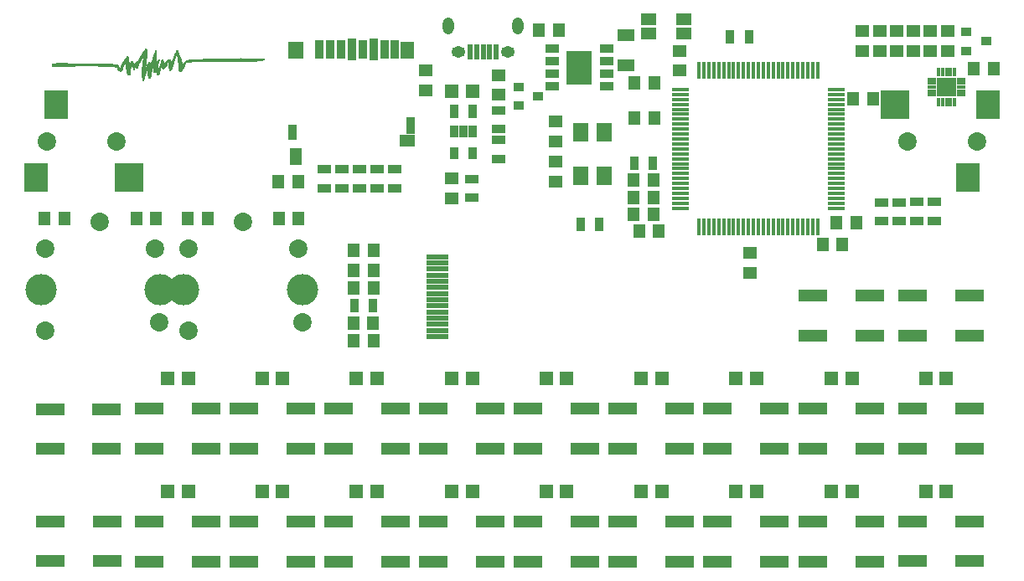
<source format=gts>
G04 #@! TF.FileFunction,Soldermask,Top*
%FSLAX46Y46*%
G04 Gerber Fmt 4.6, Leading zero omitted, Abs format (unit mm)*
G04 Created by KiCad (PCBNEW 4.0.7-e0-6372~58~ubuntu16.10.1) date Sun Oct 29 19:34:23 2017*
%MOMM*%
%LPD*%
G01*
G04 APERTURE LIST*
%ADD10C,0.100000*%
%ADD11C,0.010000*%
%ADD12C,1.860000*%
%ADD13C,3.160000*%
%ADD14R,1.160000X1.410000*%
%ADD15O,0.910000X0.360000*%
%ADD16O,0.360000X0.910000*%
%ADD17R,1.085000X1.085000*%
%ADD18R,2.360000X2.960000*%
%ADD19R,2.960000X2.960000*%
%ADD20R,1.358880X1.358880*%
%ADD21R,1.660000X0.440000*%
%ADD22R,0.440000X1.660000*%
%ADD23R,2.910000X1.160000*%
%ADD24R,1.410000X1.160000*%
%ADD25R,0.860000X1.460000*%
%ADD26R,0.810000X1.220000*%
%ADD27R,0.560000X1.510000*%
%ADD28O,1.410000X1.110000*%
%ADD29O,1.160000X1.710000*%
%ADD30R,1.760000X1.160000*%
%ADD31R,1.460000X0.860000*%
%ADD32R,1.060000X0.960000*%
%ADD33R,1.360000X0.860000*%
%ADD34R,2.560000X3.360000*%
%ADD35R,1.559540X1.960860*%
%ADD36R,2.160000X0.480000*%
%ADD37R,1.560000X1.660000*%
%ADD38R,1.460000X1.660000*%
%ADD39R,0.860000X1.910000*%
%ADD40R,0.860000X2.192000*%
%ADD41R,0.960000X1.660000*%
%ADD42R,1.560000X1.160000*%
%ADD43R,0.960000X1.560000*%
%ADD44R,1.160000X1.710000*%
%ADD45R,1.560000X1.210000*%
G04 APERTURE END LIST*
D10*
D11*
G36*
X89099599Y-84662637D02*
X89131973Y-84722341D01*
X89138557Y-84785013D01*
X89140378Y-84892553D01*
X89138001Y-85033637D01*
X89131986Y-85196942D01*
X89122895Y-85371142D01*
X89111291Y-85544913D01*
X89097737Y-85706931D01*
X89082792Y-85845873D01*
X89072608Y-85918394D01*
X89051446Y-86070665D01*
X89032703Y-86240978D01*
X89020378Y-86392924D01*
X89020233Y-86395377D01*
X89006353Y-86632472D01*
X89077328Y-86508266D01*
X89127501Y-86417358D01*
X89188801Y-86301970D01*
X89243582Y-86195660D01*
X89294125Y-86101451D01*
X89339136Y-86027571D01*
X89369746Y-85988437D01*
X89372068Y-85986737D01*
X89413870Y-85985247D01*
X89446271Y-86022958D01*
X89460039Y-86082628D01*
X89451347Y-86134818D01*
X89434171Y-86204609D01*
X89426263Y-86286926D01*
X89427658Y-86363192D01*
X89438389Y-86414827D01*
X89450821Y-86426394D01*
X89462712Y-86421588D01*
X89476770Y-86403282D01*
X89495195Y-86365641D01*
X89520188Y-86302830D01*
X89553949Y-86209013D01*
X89598678Y-86078357D01*
X89648048Y-85930554D01*
X89826866Y-85930554D01*
X89828322Y-86003531D01*
X89832901Y-86023880D01*
X89853359Y-86054842D01*
X89872500Y-86036347D01*
X89890709Y-85966761D01*
X89908372Y-85844450D01*
X89925874Y-85667778D01*
X89930703Y-85609542D01*
X89941151Y-85470039D01*
X89948571Y-85352270D01*
X89952400Y-85266857D01*
X89952073Y-85224422D01*
X89951283Y-85221781D01*
X89940519Y-85240643D01*
X89923225Y-85299858D01*
X89902735Y-85384202D01*
X89882383Y-85478451D01*
X89865504Y-85567382D01*
X89855432Y-85635772D01*
X89854346Y-85664394D01*
X89853139Y-85716331D01*
X89843506Y-85798870D01*
X89836896Y-85840436D01*
X89826866Y-85930554D01*
X89648048Y-85930554D01*
X89656576Y-85905026D01*
X89721164Y-85709536D01*
X89774723Y-85549599D01*
X89825140Y-85403843D01*
X89868701Y-85282644D01*
X89901693Y-85196380D01*
X89918137Y-85159203D01*
X89946346Y-85085527D01*
X89969702Y-84988010D01*
X89975398Y-84951782D01*
X89996088Y-84863937D01*
X90025846Y-84820825D01*
X90058732Y-84826169D01*
X90088021Y-84881227D01*
X90094786Y-84927610D01*
X90101984Y-85021080D01*
X90109127Y-85152287D01*
X90115731Y-85311879D01*
X90121307Y-85490507D01*
X90122761Y-85548699D01*
X90136941Y-86152672D01*
X90219297Y-86000255D01*
X90287796Y-85880646D01*
X90347872Y-85789246D01*
X90394189Y-85733387D01*
X90421407Y-85720402D01*
X90422432Y-85721260D01*
X90419156Y-85752124D01*
X90397354Y-85819504D01*
X90363623Y-85904282D01*
X90316942Y-86048832D01*
X90285966Y-86216567D01*
X90272936Y-86386084D01*
X90280091Y-86535980D01*
X90291379Y-86594776D01*
X90302219Y-86631652D01*
X90313532Y-86647823D01*
X90329109Y-86637390D01*
X90352741Y-86594457D01*
X90388220Y-86513125D01*
X90439337Y-86387499D01*
X90463753Y-86326665D01*
X90517307Y-86188977D01*
X90562089Y-86065990D01*
X90594159Y-85969129D01*
X90609575Y-85909816D01*
X90610372Y-85901601D01*
X90630348Y-85837906D01*
X90665357Y-85792619D01*
X90703836Y-85763035D01*
X90734258Y-85766212D01*
X90776146Y-85806967D01*
X90790639Y-85823523D01*
X90842758Y-85907239D01*
X90877566Y-86005386D01*
X90879838Y-86017171D01*
X90896309Y-86097524D01*
X90913396Y-86155647D01*
X90917056Y-86163732D01*
X90940146Y-86157484D01*
X90987840Y-86108846D01*
X91055075Y-86023447D01*
X91101147Y-85959120D01*
X91187116Y-85840916D01*
X91254074Y-85765494D01*
X91311339Y-85726818D01*
X91368228Y-85718849D01*
X91434059Y-85735550D01*
X91441716Y-85738430D01*
X91486144Y-85777299D01*
X91534233Y-85850432D01*
X91575216Y-85937523D01*
X91598326Y-86018264D01*
X91600135Y-86037214D01*
X91610357Y-86052465D01*
X91638088Y-86014881D01*
X91683001Y-85925177D01*
X91744767Y-85784066D01*
X91823055Y-85592266D01*
X91917536Y-85350490D01*
X91923761Y-85334286D01*
X91980416Y-85189034D01*
X92032021Y-85061126D01*
X92074438Y-84960485D01*
X92103531Y-84897036D01*
X92112636Y-84881227D01*
X92154193Y-84856919D01*
X92212639Y-84846326D01*
X92262535Y-84851606D01*
X92279017Y-84867116D01*
X92284480Y-84909132D01*
X92289955Y-84958838D01*
X92303687Y-85010956D01*
X92335886Y-85102132D01*
X92381879Y-85219939D01*
X92436997Y-85351951D01*
X92442390Y-85364436D01*
X92529955Y-85577678D01*
X92602201Y-85776086D01*
X92656269Y-85950567D01*
X92689303Y-86092029D01*
X92698711Y-86180224D01*
X92700849Y-86214054D01*
X92712067Y-86226092D01*
X92739570Y-86212082D01*
X92790563Y-86167769D01*
X92872250Y-86088899D01*
X92900679Y-86060955D01*
X93001848Y-85964660D01*
X93084412Y-85898357D01*
X93166840Y-85851548D01*
X93267600Y-85813732D01*
X93404267Y-85774650D01*
X93457105Y-85767444D01*
X93561549Y-85759586D01*
X93712766Y-85751208D01*
X93905921Y-85742439D01*
X94136182Y-85733411D01*
X94398716Y-85724254D01*
X94688688Y-85715098D01*
X95001266Y-85706075D01*
X95331617Y-85697315D01*
X95674906Y-85688949D01*
X96026301Y-85681108D01*
X96380968Y-85673922D01*
X96734074Y-85667521D01*
X97080786Y-85662037D01*
X97416269Y-85657601D01*
X97735692Y-85654342D01*
X97898648Y-85653126D01*
X98049845Y-85651095D01*
X98178977Y-85647333D01*
X98276526Y-85642279D01*
X98332970Y-85636375D01*
X98343148Y-85632537D01*
X98367797Y-85627530D01*
X98430613Y-85634519D01*
X98476031Y-85643131D01*
X98564898Y-85657334D01*
X98610103Y-85651277D01*
X98619553Y-85639534D01*
X98647498Y-85622330D01*
X98663066Y-85628054D01*
X98700886Y-85635178D01*
X98785299Y-85642197D01*
X98906453Y-85648574D01*
X99054499Y-85653773D01*
X99189822Y-85656792D01*
X99352204Y-85659528D01*
X99495419Y-85661965D01*
X99609736Y-85663937D01*
X99685422Y-85665275D01*
X99711933Y-85665784D01*
X99748289Y-85665750D01*
X99831190Y-85665207D01*
X99950742Y-85664235D01*
X100097048Y-85662912D01*
X100219933Y-85661723D01*
X100481630Y-85660417D01*
X100693746Y-85662153D01*
X100854765Y-85666876D01*
X100963172Y-85674529D01*
X101017452Y-85685057D01*
X101023834Y-85691162D01*
X100996713Y-85734590D01*
X100926955Y-85774815D01*
X100828348Y-85807147D01*
X100714681Y-85826895D01*
X100615044Y-85830223D01*
X100557603Y-85834393D01*
X100467324Y-85847649D01*
X100389267Y-85862106D01*
X100349659Y-85869746D01*
X100308909Y-85876346D01*
X100262892Y-85881964D01*
X100207483Y-85886660D01*
X100138557Y-85890492D01*
X100051988Y-85893518D01*
X99943653Y-85895797D01*
X99809425Y-85897388D01*
X99645181Y-85898348D01*
X99446795Y-85898736D01*
X99210142Y-85898611D01*
X98931097Y-85898032D01*
X98605535Y-85897056D01*
X98229332Y-85895743D01*
X98060933Y-85895126D01*
X97746353Y-85894574D01*
X97426339Y-85895141D01*
X97109652Y-85896737D01*
X96805051Y-85899273D01*
X96521295Y-85902661D01*
X96267144Y-85906810D01*
X96051356Y-85911632D01*
X95882690Y-85917037D01*
X95873711Y-85917401D01*
X95626784Y-85926292D01*
X95345930Y-85934329D01*
X95053593Y-85941002D01*
X94772217Y-85945799D01*
X94524243Y-85948210D01*
X94519044Y-85948233D01*
X94304153Y-85949986D01*
X94085314Y-85953206D01*
X93876364Y-85957587D01*
X93691136Y-85962821D01*
X93543466Y-85968602D01*
X93501623Y-85970789D01*
X93340631Y-85981734D01*
X93225112Y-85997225D01*
X93144123Y-86023604D01*
X93086720Y-86067211D01*
X93041960Y-86134386D01*
X92998901Y-86231470D01*
X92983191Y-86271171D01*
X92932827Y-86387178D01*
X92874221Y-86504367D01*
X92838170Y-86567505D01*
X92780652Y-86669109D01*
X92728295Y-86775795D01*
X92712586Y-86812728D01*
X92655704Y-86906009D01*
X92585148Y-86952727D01*
X92512399Y-86953080D01*
X92448939Y-86907267D01*
X92406251Y-86815488D01*
X92404348Y-86807394D01*
X92398260Y-86760891D01*
X92389571Y-86669008D01*
X92379200Y-86542701D01*
X92368068Y-86392924D01*
X92361193Y-86293182D01*
X92345158Y-86102157D01*
X92322494Y-85896961D01*
X92295907Y-85699153D01*
X92268102Y-85530293D01*
X92260648Y-85492023D01*
X92233917Y-85359559D01*
X92211855Y-85247922D01*
X92196646Y-85168328D01*
X92190473Y-85131995D01*
X92190435Y-85131346D01*
X92181384Y-85133187D01*
X92158187Y-85176367D01*
X92125688Y-85249070D01*
X92088732Y-85339480D01*
X92052164Y-85435784D01*
X92020827Y-85526165D01*
X92000805Y-85593838D01*
X91974849Y-85687902D01*
X91951068Y-85760510D01*
X91937189Y-85791394D01*
X91921518Y-85829145D01*
X91895601Y-85908564D01*
X91863498Y-86016717D01*
X91839727Y-86101838D01*
X91785966Y-86296022D01*
X91742908Y-86443002D01*
X91707846Y-86550401D01*
X91678068Y-86625843D01*
X91650867Y-86676950D01*
X91623533Y-86711346D01*
X91622870Y-86712012D01*
X91583076Y-86760241D01*
X91569822Y-86789827D01*
X91550496Y-86826476D01*
X91526607Y-86850459D01*
X91487184Y-86867384D01*
X91454263Y-86843940D01*
X91426362Y-86776274D01*
X91402000Y-86660533D01*
X91379697Y-86492863D01*
X91375965Y-86458553D01*
X91352000Y-86261769D01*
X91327215Y-86112587D01*
X91302272Y-86012546D01*
X91277832Y-85963186D01*
X91254556Y-85966044D01*
X91233105Y-86022660D01*
X91219601Y-86094629D01*
X91169427Y-86283351D01*
X91082685Y-86445740D01*
X90965956Y-86570219D01*
X90937489Y-86590973D01*
X90862167Y-86640223D01*
X90817226Y-86660541D01*
X90786511Y-86654942D01*
X90753867Y-86626438D01*
X90752842Y-86625413D01*
X90715901Y-86563862D01*
X90687554Y-86472872D01*
X90681063Y-86435483D01*
X90669111Y-86346111D01*
X90659461Y-86276200D01*
X90656677Y-86257060D01*
X90647495Y-86260955D01*
X90629060Y-86309747D01*
X90605031Y-86393384D01*
X90600161Y-86412282D01*
X90542384Y-86640008D01*
X90496430Y-86819247D01*
X90460211Y-86956217D01*
X90431642Y-87057135D01*
X90408635Y-87128217D01*
X90389105Y-87175682D01*
X90370963Y-87205746D01*
X90352124Y-87224626D01*
X90330501Y-87238540D01*
X90321058Y-87243853D01*
X90238792Y-87267275D01*
X90173385Y-87243669D01*
X90137298Y-87177927D01*
X90136093Y-87171257D01*
X90126014Y-87114193D01*
X90109344Y-87025469D01*
X90097178Y-86962616D01*
X90079126Y-86878097D01*
X90065704Y-86842566D01*
X90052631Y-86849273D01*
X90041582Y-86874984D01*
X90028164Y-86947944D01*
X90033009Y-86994928D01*
X90035565Y-87030133D01*
X90004264Y-87044862D01*
X89950273Y-87047282D01*
X89883705Y-87041684D01*
X89847996Y-87014102D01*
X89823463Y-86948356D01*
X89821528Y-86941449D01*
X89796495Y-86793924D01*
X89797409Y-86618136D01*
X89824497Y-86404529D01*
X89835820Y-86341805D01*
X89854233Y-86233958D01*
X89864947Y-86148777D01*
X89866351Y-86100186D01*
X89864412Y-86094465D01*
X89844469Y-86104967D01*
X89817471Y-86155888D01*
X89788930Y-86232623D01*
X89764360Y-86320563D01*
X89750229Y-86396982D01*
X89737416Y-86471164D01*
X89713778Y-86583876D01*
X89682833Y-86719056D01*
X89652333Y-86843914D01*
X89615409Y-86996867D01*
X89580558Y-87152537D01*
X89552278Y-87290230D01*
X89537847Y-87370747D01*
X89512741Y-87501011D01*
X89484350Y-87583516D01*
X89448165Y-87626934D01*
X89399678Y-87639938D01*
X89397882Y-87639949D01*
X89352834Y-87612949D01*
X89314279Y-87536374D01*
X89283600Y-87416861D01*
X89262179Y-87261049D01*
X89251400Y-87075574D01*
X89250880Y-86934394D01*
X89256846Y-86581616D01*
X89189507Y-86708616D01*
X89142622Y-86814500D01*
X89100971Y-86937282D01*
X89086976Y-86990838D01*
X89056701Y-87098023D01*
X89018753Y-87198254D01*
X88998469Y-87239396D01*
X88962805Y-87317917D01*
X88945583Y-87387454D01*
X88945291Y-87394618D01*
X88935949Y-87450486D01*
X88911169Y-87540694D01*
X88876040Y-87647001D01*
X88870956Y-87661116D01*
X88826682Y-87772374D01*
X88790329Y-87837143D01*
X88756676Y-87863825D01*
X88743820Y-87865727D01*
X88715083Y-87858855D01*
X88699112Y-87830033D01*
X88692343Y-87766953D01*
X88691156Y-87683948D01*
X88686284Y-87580074D01*
X88673163Y-87507687D01*
X88658789Y-87482165D01*
X88645453Y-87454035D01*
X88638520Y-87386651D01*
X88637814Y-87274755D01*
X88643157Y-87113091D01*
X88645051Y-87071910D01*
X88652220Y-86954415D01*
X88663699Y-86805235D01*
X88678608Y-86632772D01*
X88696066Y-86445428D01*
X88715189Y-86251605D01*
X88735098Y-86059704D01*
X88754909Y-85878127D01*
X88773742Y-85715276D01*
X88790714Y-85579553D01*
X88804945Y-85479359D01*
X88815552Y-85423096D01*
X88818997Y-85414256D01*
X88847171Y-85419438D01*
X88871230Y-85435819D01*
X88898296Y-85448139D01*
X88916203Y-85422568D01*
X88931159Y-85353272D01*
X88940756Y-85278704D01*
X88941197Y-85231617D01*
X88938947Y-85225444D01*
X88919445Y-85241752D01*
X88878025Y-85295528D01*
X88822571Y-85376304D01*
X88804699Y-85403735D01*
X88728102Y-85521930D01*
X88646289Y-85647035D01*
X88578898Y-85749060D01*
X88470830Y-85917391D01*
X88393220Y-86053997D01*
X88340296Y-86170434D01*
X88306282Y-86278259D01*
X88299332Y-86308616D01*
X88258434Y-86460876D01*
X88210159Y-86561046D01*
X88151955Y-86613273D01*
X88105544Y-86623517D01*
X88079960Y-86598623D01*
X88070267Y-86533961D01*
X88070267Y-86443972D01*
X88012723Y-86505739D01*
X87959197Y-86550355D01*
X87916631Y-86567505D01*
X87892978Y-86582776D01*
X87888669Y-86635669D01*
X87893803Y-86684714D01*
X87899748Y-86758585D01*
X87889884Y-86785029D01*
X87875863Y-86781119D01*
X87822355Y-86726682D01*
X87761877Y-86631391D01*
X87701684Y-86509015D01*
X87649034Y-86373324D01*
X87631325Y-86317083D01*
X87570631Y-86108995D01*
X87551750Y-86232417D01*
X87542339Y-86304921D01*
X87529383Y-86419797D01*
X87514364Y-86563196D01*
X87498762Y-86721268D01*
X87493281Y-86779171D01*
X87478119Y-86931233D01*
X87462930Y-87065931D01*
X87449117Y-87171995D01*
X87438085Y-87238154D01*
X87434405Y-87251894D01*
X87394377Y-87286973D01*
X87325640Y-87301344D01*
X87252436Y-87293847D01*
X87199008Y-87263323D01*
X87198870Y-87263157D01*
X87176998Y-87213770D01*
X87157561Y-87131935D01*
X87150840Y-87086768D01*
X87135821Y-86992747D01*
X87116787Y-86914799D01*
X87108398Y-86892060D01*
X87098000Y-86845091D01*
X87086596Y-86753023D01*
X87075277Y-86627165D01*
X87065134Y-86478822D01*
X87060766Y-86398171D01*
X87039186Y-85960727D01*
X86986983Y-86059505D01*
X86929190Y-86147936D01*
X86859961Y-86228158D01*
X86855676Y-86232235D01*
X86807665Y-86297793D01*
X86756500Y-86399456D01*
X86709709Y-86517907D01*
X86674816Y-86633825D01*
X86659349Y-86727891D01*
X86659156Y-86736684D01*
X86642114Y-86794905D01*
X86607109Y-86851304D01*
X86532642Y-86906166D01*
X86445185Y-86914524D01*
X86354848Y-86881376D01*
X86271740Y-86811720D01*
X86205972Y-86710552D01*
X86179966Y-86640162D01*
X86146348Y-86520090D01*
X85930030Y-86487166D01*
X85807525Y-86470827D01*
X85690613Y-86459093D01*
X85603737Y-86454397D01*
X85600822Y-86454391D01*
X85517355Y-86449726D01*
X85401705Y-86437283D01*
X85277177Y-86419623D01*
X85262156Y-86417178D01*
X85210384Y-86410518D01*
X85138620Y-86404689D01*
X85043673Y-86399657D01*
X84922353Y-86395383D01*
X84771471Y-86391832D01*
X84587838Y-86388966D01*
X84368264Y-86386750D01*
X84109559Y-86385146D01*
X83808534Y-86384118D01*
X83461999Y-86383630D01*
X83066765Y-86383644D01*
X82619642Y-86384124D01*
X82411711Y-86384462D01*
X82028960Y-86385374D01*
X81660434Y-86386705D01*
X81310296Y-86388416D01*
X80982704Y-86390466D01*
X80681820Y-86392813D01*
X80411803Y-86395418D01*
X80176813Y-86398239D01*
X79981012Y-86401235D01*
X79828559Y-86404367D01*
X79723615Y-86407592D01*
X79670340Y-86410871D01*
X79667100Y-86411358D01*
X79547156Y-86433608D01*
X79547156Y-86152657D01*
X79850544Y-86136320D01*
X79957583Y-86132546D01*
X80110750Y-86129920D01*
X80299741Y-86128478D01*
X80514251Y-86128255D01*
X80743976Y-86129287D01*
X80978611Y-86131608D01*
X81028822Y-86132281D01*
X81298242Y-86135574D01*
X81596600Y-86138381D01*
X81906100Y-86140588D01*
X82208943Y-86142085D01*
X82487333Y-86142760D01*
X82679822Y-86142635D01*
X82893585Y-86142341D01*
X83097652Y-86142511D01*
X83282567Y-86143101D01*
X83438872Y-86144070D01*
X83557113Y-86145375D01*
X83625267Y-86146876D01*
X83727266Y-86149347D01*
X83864336Y-86150977D01*
X84015107Y-86151568D01*
X84105044Y-86151331D01*
X84269310Y-86152439D01*
X84462478Y-86157052D01*
X84675864Y-86164652D01*
X84900787Y-86174719D01*
X85128564Y-86186732D01*
X85350512Y-86200173D01*
X85557949Y-86214521D01*
X85742192Y-86229256D01*
X85894558Y-86243859D01*
X86006365Y-86257810D01*
X86062006Y-86268484D01*
X86160147Y-86301081D01*
X86229804Y-86343757D01*
X86287212Y-86410590D01*
X86348608Y-86515655D01*
X86349920Y-86518116D01*
X86389450Y-86583310D01*
X86421341Y-86620573D01*
X86428758Y-86623949D01*
X86450275Y-86599916D01*
X86483906Y-86537328D01*
X86517343Y-86461671D01*
X86588581Y-86298508D01*
X86670987Y-86128760D01*
X86759781Y-85960433D01*
X86850182Y-85801532D01*
X86937411Y-85660064D01*
X87016687Y-85544034D01*
X87083231Y-85461448D01*
X87132261Y-85420311D01*
X87140795Y-85417512D01*
X87209552Y-85429692D01*
X87255047Y-85487972D01*
X87269400Y-85556867D01*
X87277233Y-85628357D01*
X87293039Y-85735175D01*
X87313789Y-85857286D01*
X87319825Y-85890171D01*
X87340808Y-86011405D01*
X87356910Y-86121249D01*
X87365391Y-86200468D01*
X87366030Y-86214727D01*
X87369049Y-86254673D01*
X87379909Y-86260246D01*
X87404062Y-86226334D01*
X87446955Y-86147828D01*
X87456302Y-86130060D01*
X87500419Y-86038869D01*
X87529755Y-85964295D01*
X87537906Y-85923410D01*
X87553452Y-85896808D01*
X87609242Y-85895188D01*
X87674814Y-85919962D01*
X87732121Y-85984856D01*
X87751594Y-86017171D01*
X87790937Y-86099866D01*
X87813638Y-86172741D01*
X87815802Y-86191895D01*
X87825085Y-86252430D01*
X87851999Y-86260994D01*
X87897091Y-86217259D01*
X87960907Y-86120898D01*
X87975296Y-86096438D01*
X88044629Y-85983593D01*
X88095137Y-85919325D01*
X88130839Y-85900595D01*
X88155756Y-85924365D01*
X88165787Y-85952517D01*
X88177776Y-85978236D01*
X88195868Y-85973845D01*
X88225660Y-85933166D01*
X88272747Y-85850015D01*
X88293351Y-85811608D01*
X88349798Y-85703394D01*
X88399667Y-85603789D01*
X88433641Y-85531488D01*
X88437550Y-85522331D01*
X88472535Y-85464279D01*
X88509617Y-85438677D01*
X88511135Y-85438616D01*
X88542223Y-85414977D01*
X88550044Y-85379579D01*
X88567014Y-85316647D01*
X88607940Y-85246888D01*
X88609005Y-85245524D01*
X88732458Y-85083627D01*
X88833781Y-84940947D01*
X88907903Y-84824982D01*
X88949750Y-84743230D01*
X88950926Y-84740116D01*
X88994354Y-84670879D01*
X89048656Y-84644587D01*
X89099599Y-84662637D01*
X89099599Y-84662637D01*
G37*
X89099599Y-84662637D02*
X89131973Y-84722341D01*
X89138557Y-84785013D01*
X89140378Y-84892553D01*
X89138001Y-85033637D01*
X89131986Y-85196942D01*
X89122895Y-85371142D01*
X89111291Y-85544913D01*
X89097737Y-85706931D01*
X89082792Y-85845873D01*
X89072608Y-85918394D01*
X89051446Y-86070665D01*
X89032703Y-86240978D01*
X89020378Y-86392924D01*
X89020233Y-86395377D01*
X89006353Y-86632472D01*
X89077328Y-86508266D01*
X89127501Y-86417358D01*
X89188801Y-86301970D01*
X89243582Y-86195660D01*
X89294125Y-86101451D01*
X89339136Y-86027571D01*
X89369746Y-85988437D01*
X89372068Y-85986737D01*
X89413870Y-85985247D01*
X89446271Y-86022958D01*
X89460039Y-86082628D01*
X89451347Y-86134818D01*
X89434171Y-86204609D01*
X89426263Y-86286926D01*
X89427658Y-86363192D01*
X89438389Y-86414827D01*
X89450821Y-86426394D01*
X89462712Y-86421588D01*
X89476770Y-86403282D01*
X89495195Y-86365641D01*
X89520188Y-86302830D01*
X89553949Y-86209013D01*
X89598678Y-86078357D01*
X89648048Y-85930554D01*
X89826866Y-85930554D01*
X89828322Y-86003531D01*
X89832901Y-86023880D01*
X89853359Y-86054842D01*
X89872500Y-86036347D01*
X89890709Y-85966761D01*
X89908372Y-85844450D01*
X89925874Y-85667778D01*
X89930703Y-85609542D01*
X89941151Y-85470039D01*
X89948571Y-85352270D01*
X89952400Y-85266857D01*
X89952073Y-85224422D01*
X89951283Y-85221781D01*
X89940519Y-85240643D01*
X89923225Y-85299858D01*
X89902735Y-85384202D01*
X89882383Y-85478451D01*
X89865504Y-85567382D01*
X89855432Y-85635772D01*
X89854346Y-85664394D01*
X89853139Y-85716331D01*
X89843506Y-85798870D01*
X89836896Y-85840436D01*
X89826866Y-85930554D01*
X89648048Y-85930554D01*
X89656576Y-85905026D01*
X89721164Y-85709536D01*
X89774723Y-85549599D01*
X89825140Y-85403843D01*
X89868701Y-85282644D01*
X89901693Y-85196380D01*
X89918137Y-85159203D01*
X89946346Y-85085527D01*
X89969702Y-84988010D01*
X89975398Y-84951782D01*
X89996088Y-84863937D01*
X90025846Y-84820825D01*
X90058732Y-84826169D01*
X90088021Y-84881227D01*
X90094786Y-84927610D01*
X90101984Y-85021080D01*
X90109127Y-85152287D01*
X90115731Y-85311879D01*
X90121307Y-85490507D01*
X90122761Y-85548699D01*
X90136941Y-86152672D01*
X90219297Y-86000255D01*
X90287796Y-85880646D01*
X90347872Y-85789246D01*
X90394189Y-85733387D01*
X90421407Y-85720402D01*
X90422432Y-85721260D01*
X90419156Y-85752124D01*
X90397354Y-85819504D01*
X90363623Y-85904282D01*
X90316942Y-86048832D01*
X90285966Y-86216567D01*
X90272936Y-86386084D01*
X90280091Y-86535980D01*
X90291379Y-86594776D01*
X90302219Y-86631652D01*
X90313532Y-86647823D01*
X90329109Y-86637390D01*
X90352741Y-86594457D01*
X90388220Y-86513125D01*
X90439337Y-86387499D01*
X90463753Y-86326665D01*
X90517307Y-86188977D01*
X90562089Y-86065990D01*
X90594159Y-85969129D01*
X90609575Y-85909816D01*
X90610372Y-85901601D01*
X90630348Y-85837906D01*
X90665357Y-85792619D01*
X90703836Y-85763035D01*
X90734258Y-85766212D01*
X90776146Y-85806967D01*
X90790639Y-85823523D01*
X90842758Y-85907239D01*
X90877566Y-86005386D01*
X90879838Y-86017171D01*
X90896309Y-86097524D01*
X90913396Y-86155647D01*
X90917056Y-86163732D01*
X90940146Y-86157484D01*
X90987840Y-86108846D01*
X91055075Y-86023447D01*
X91101147Y-85959120D01*
X91187116Y-85840916D01*
X91254074Y-85765494D01*
X91311339Y-85726818D01*
X91368228Y-85718849D01*
X91434059Y-85735550D01*
X91441716Y-85738430D01*
X91486144Y-85777299D01*
X91534233Y-85850432D01*
X91575216Y-85937523D01*
X91598326Y-86018264D01*
X91600135Y-86037214D01*
X91610357Y-86052465D01*
X91638088Y-86014881D01*
X91683001Y-85925177D01*
X91744767Y-85784066D01*
X91823055Y-85592266D01*
X91917536Y-85350490D01*
X91923761Y-85334286D01*
X91980416Y-85189034D01*
X92032021Y-85061126D01*
X92074438Y-84960485D01*
X92103531Y-84897036D01*
X92112636Y-84881227D01*
X92154193Y-84856919D01*
X92212639Y-84846326D01*
X92262535Y-84851606D01*
X92279017Y-84867116D01*
X92284480Y-84909132D01*
X92289955Y-84958838D01*
X92303687Y-85010956D01*
X92335886Y-85102132D01*
X92381879Y-85219939D01*
X92436997Y-85351951D01*
X92442390Y-85364436D01*
X92529955Y-85577678D01*
X92602201Y-85776086D01*
X92656269Y-85950567D01*
X92689303Y-86092029D01*
X92698711Y-86180224D01*
X92700849Y-86214054D01*
X92712067Y-86226092D01*
X92739570Y-86212082D01*
X92790563Y-86167769D01*
X92872250Y-86088899D01*
X92900679Y-86060955D01*
X93001848Y-85964660D01*
X93084412Y-85898357D01*
X93166840Y-85851548D01*
X93267600Y-85813732D01*
X93404267Y-85774650D01*
X93457105Y-85767444D01*
X93561549Y-85759586D01*
X93712766Y-85751208D01*
X93905921Y-85742439D01*
X94136182Y-85733411D01*
X94398716Y-85724254D01*
X94688688Y-85715098D01*
X95001266Y-85706075D01*
X95331617Y-85697315D01*
X95674906Y-85688949D01*
X96026301Y-85681108D01*
X96380968Y-85673922D01*
X96734074Y-85667521D01*
X97080786Y-85662037D01*
X97416269Y-85657601D01*
X97735692Y-85654342D01*
X97898648Y-85653126D01*
X98049845Y-85651095D01*
X98178977Y-85647333D01*
X98276526Y-85642279D01*
X98332970Y-85636375D01*
X98343148Y-85632537D01*
X98367797Y-85627530D01*
X98430613Y-85634519D01*
X98476031Y-85643131D01*
X98564898Y-85657334D01*
X98610103Y-85651277D01*
X98619553Y-85639534D01*
X98647498Y-85622330D01*
X98663066Y-85628054D01*
X98700886Y-85635178D01*
X98785299Y-85642197D01*
X98906453Y-85648574D01*
X99054499Y-85653773D01*
X99189822Y-85656792D01*
X99352204Y-85659528D01*
X99495419Y-85661965D01*
X99609736Y-85663937D01*
X99685422Y-85665275D01*
X99711933Y-85665784D01*
X99748289Y-85665750D01*
X99831190Y-85665207D01*
X99950742Y-85664235D01*
X100097048Y-85662912D01*
X100219933Y-85661723D01*
X100481630Y-85660417D01*
X100693746Y-85662153D01*
X100854765Y-85666876D01*
X100963172Y-85674529D01*
X101017452Y-85685057D01*
X101023834Y-85691162D01*
X100996713Y-85734590D01*
X100926955Y-85774815D01*
X100828348Y-85807147D01*
X100714681Y-85826895D01*
X100615044Y-85830223D01*
X100557603Y-85834393D01*
X100467324Y-85847649D01*
X100389267Y-85862106D01*
X100349659Y-85869746D01*
X100308909Y-85876346D01*
X100262892Y-85881964D01*
X100207483Y-85886660D01*
X100138557Y-85890492D01*
X100051988Y-85893518D01*
X99943653Y-85895797D01*
X99809425Y-85897388D01*
X99645181Y-85898348D01*
X99446795Y-85898736D01*
X99210142Y-85898611D01*
X98931097Y-85898032D01*
X98605535Y-85897056D01*
X98229332Y-85895743D01*
X98060933Y-85895126D01*
X97746353Y-85894574D01*
X97426339Y-85895141D01*
X97109652Y-85896737D01*
X96805051Y-85899273D01*
X96521295Y-85902661D01*
X96267144Y-85906810D01*
X96051356Y-85911632D01*
X95882690Y-85917037D01*
X95873711Y-85917401D01*
X95626784Y-85926292D01*
X95345930Y-85934329D01*
X95053593Y-85941002D01*
X94772217Y-85945799D01*
X94524243Y-85948210D01*
X94519044Y-85948233D01*
X94304153Y-85949986D01*
X94085314Y-85953206D01*
X93876364Y-85957587D01*
X93691136Y-85962821D01*
X93543466Y-85968602D01*
X93501623Y-85970789D01*
X93340631Y-85981734D01*
X93225112Y-85997225D01*
X93144123Y-86023604D01*
X93086720Y-86067211D01*
X93041960Y-86134386D01*
X92998901Y-86231470D01*
X92983191Y-86271171D01*
X92932827Y-86387178D01*
X92874221Y-86504367D01*
X92838170Y-86567505D01*
X92780652Y-86669109D01*
X92728295Y-86775795D01*
X92712586Y-86812728D01*
X92655704Y-86906009D01*
X92585148Y-86952727D01*
X92512399Y-86953080D01*
X92448939Y-86907267D01*
X92406251Y-86815488D01*
X92404348Y-86807394D01*
X92398260Y-86760891D01*
X92389571Y-86669008D01*
X92379200Y-86542701D01*
X92368068Y-86392924D01*
X92361193Y-86293182D01*
X92345158Y-86102157D01*
X92322494Y-85896961D01*
X92295907Y-85699153D01*
X92268102Y-85530293D01*
X92260648Y-85492023D01*
X92233917Y-85359559D01*
X92211855Y-85247922D01*
X92196646Y-85168328D01*
X92190473Y-85131995D01*
X92190435Y-85131346D01*
X92181384Y-85133187D01*
X92158187Y-85176367D01*
X92125688Y-85249070D01*
X92088732Y-85339480D01*
X92052164Y-85435784D01*
X92020827Y-85526165D01*
X92000805Y-85593838D01*
X91974849Y-85687902D01*
X91951068Y-85760510D01*
X91937189Y-85791394D01*
X91921518Y-85829145D01*
X91895601Y-85908564D01*
X91863498Y-86016717D01*
X91839727Y-86101838D01*
X91785966Y-86296022D01*
X91742908Y-86443002D01*
X91707846Y-86550401D01*
X91678068Y-86625843D01*
X91650867Y-86676950D01*
X91623533Y-86711346D01*
X91622870Y-86712012D01*
X91583076Y-86760241D01*
X91569822Y-86789827D01*
X91550496Y-86826476D01*
X91526607Y-86850459D01*
X91487184Y-86867384D01*
X91454263Y-86843940D01*
X91426362Y-86776274D01*
X91402000Y-86660533D01*
X91379697Y-86492863D01*
X91375965Y-86458553D01*
X91352000Y-86261769D01*
X91327215Y-86112587D01*
X91302272Y-86012546D01*
X91277832Y-85963186D01*
X91254556Y-85966044D01*
X91233105Y-86022660D01*
X91219601Y-86094629D01*
X91169427Y-86283351D01*
X91082685Y-86445740D01*
X90965956Y-86570219D01*
X90937489Y-86590973D01*
X90862167Y-86640223D01*
X90817226Y-86660541D01*
X90786511Y-86654942D01*
X90753867Y-86626438D01*
X90752842Y-86625413D01*
X90715901Y-86563862D01*
X90687554Y-86472872D01*
X90681063Y-86435483D01*
X90669111Y-86346111D01*
X90659461Y-86276200D01*
X90656677Y-86257060D01*
X90647495Y-86260955D01*
X90629060Y-86309747D01*
X90605031Y-86393384D01*
X90600161Y-86412282D01*
X90542384Y-86640008D01*
X90496430Y-86819247D01*
X90460211Y-86956217D01*
X90431642Y-87057135D01*
X90408635Y-87128217D01*
X90389105Y-87175682D01*
X90370963Y-87205746D01*
X90352124Y-87224626D01*
X90330501Y-87238540D01*
X90321058Y-87243853D01*
X90238792Y-87267275D01*
X90173385Y-87243669D01*
X90137298Y-87177927D01*
X90136093Y-87171257D01*
X90126014Y-87114193D01*
X90109344Y-87025469D01*
X90097178Y-86962616D01*
X90079126Y-86878097D01*
X90065704Y-86842566D01*
X90052631Y-86849273D01*
X90041582Y-86874984D01*
X90028164Y-86947944D01*
X90033009Y-86994928D01*
X90035565Y-87030133D01*
X90004264Y-87044862D01*
X89950273Y-87047282D01*
X89883705Y-87041684D01*
X89847996Y-87014102D01*
X89823463Y-86948356D01*
X89821528Y-86941449D01*
X89796495Y-86793924D01*
X89797409Y-86618136D01*
X89824497Y-86404529D01*
X89835820Y-86341805D01*
X89854233Y-86233958D01*
X89864947Y-86148777D01*
X89866351Y-86100186D01*
X89864412Y-86094465D01*
X89844469Y-86104967D01*
X89817471Y-86155888D01*
X89788930Y-86232623D01*
X89764360Y-86320563D01*
X89750229Y-86396982D01*
X89737416Y-86471164D01*
X89713778Y-86583876D01*
X89682833Y-86719056D01*
X89652333Y-86843914D01*
X89615409Y-86996867D01*
X89580558Y-87152537D01*
X89552278Y-87290230D01*
X89537847Y-87370747D01*
X89512741Y-87501011D01*
X89484350Y-87583516D01*
X89448165Y-87626934D01*
X89399678Y-87639938D01*
X89397882Y-87639949D01*
X89352834Y-87612949D01*
X89314279Y-87536374D01*
X89283600Y-87416861D01*
X89262179Y-87261049D01*
X89251400Y-87075574D01*
X89250880Y-86934394D01*
X89256846Y-86581616D01*
X89189507Y-86708616D01*
X89142622Y-86814500D01*
X89100971Y-86937282D01*
X89086976Y-86990838D01*
X89056701Y-87098023D01*
X89018753Y-87198254D01*
X88998469Y-87239396D01*
X88962805Y-87317917D01*
X88945583Y-87387454D01*
X88945291Y-87394618D01*
X88935949Y-87450486D01*
X88911169Y-87540694D01*
X88876040Y-87647001D01*
X88870956Y-87661116D01*
X88826682Y-87772374D01*
X88790329Y-87837143D01*
X88756676Y-87863825D01*
X88743820Y-87865727D01*
X88715083Y-87858855D01*
X88699112Y-87830033D01*
X88692343Y-87766953D01*
X88691156Y-87683948D01*
X88686284Y-87580074D01*
X88673163Y-87507687D01*
X88658789Y-87482165D01*
X88645453Y-87454035D01*
X88638520Y-87386651D01*
X88637814Y-87274755D01*
X88643157Y-87113091D01*
X88645051Y-87071910D01*
X88652220Y-86954415D01*
X88663699Y-86805235D01*
X88678608Y-86632772D01*
X88696066Y-86445428D01*
X88715189Y-86251605D01*
X88735098Y-86059704D01*
X88754909Y-85878127D01*
X88773742Y-85715276D01*
X88790714Y-85579553D01*
X88804945Y-85479359D01*
X88815552Y-85423096D01*
X88818997Y-85414256D01*
X88847171Y-85419438D01*
X88871230Y-85435819D01*
X88898296Y-85448139D01*
X88916203Y-85422568D01*
X88931159Y-85353272D01*
X88940756Y-85278704D01*
X88941197Y-85231617D01*
X88938947Y-85225444D01*
X88919445Y-85241752D01*
X88878025Y-85295528D01*
X88822571Y-85376304D01*
X88804699Y-85403735D01*
X88728102Y-85521930D01*
X88646289Y-85647035D01*
X88578898Y-85749060D01*
X88470830Y-85917391D01*
X88393220Y-86053997D01*
X88340296Y-86170434D01*
X88306282Y-86278259D01*
X88299332Y-86308616D01*
X88258434Y-86460876D01*
X88210159Y-86561046D01*
X88151955Y-86613273D01*
X88105544Y-86623517D01*
X88079960Y-86598623D01*
X88070267Y-86533961D01*
X88070267Y-86443972D01*
X88012723Y-86505739D01*
X87959197Y-86550355D01*
X87916631Y-86567505D01*
X87892978Y-86582776D01*
X87888669Y-86635669D01*
X87893803Y-86684714D01*
X87899748Y-86758585D01*
X87889884Y-86785029D01*
X87875863Y-86781119D01*
X87822355Y-86726682D01*
X87761877Y-86631391D01*
X87701684Y-86509015D01*
X87649034Y-86373324D01*
X87631325Y-86317083D01*
X87570631Y-86108995D01*
X87551750Y-86232417D01*
X87542339Y-86304921D01*
X87529383Y-86419797D01*
X87514364Y-86563196D01*
X87498762Y-86721268D01*
X87493281Y-86779171D01*
X87478119Y-86931233D01*
X87462930Y-87065931D01*
X87449117Y-87171995D01*
X87438085Y-87238154D01*
X87434405Y-87251894D01*
X87394377Y-87286973D01*
X87325640Y-87301344D01*
X87252436Y-87293847D01*
X87199008Y-87263323D01*
X87198870Y-87263157D01*
X87176998Y-87213770D01*
X87157561Y-87131935D01*
X87150840Y-87086768D01*
X87135821Y-86992747D01*
X87116787Y-86914799D01*
X87108398Y-86892060D01*
X87098000Y-86845091D01*
X87086596Y-86753023D01*
X87075277Y-86627165D01*
X87065134Y-86478822D01*
X87060766Y-86398171D01*
X87039186Y-85960727D01*
X86986983Y-86059505D01*
X86929190Y-86147936D01*
X86859961Y-86228158D01*
X86855676Y-86232235D01*
X86807665Y-86297793D01*
X86756500Y-86399456D01*
X86709709Y-86517907D01*
X86674816Y-86633825D01*
X86659349Y-86727891D01*
X86659156Y-86736684D01*
X86642114Y-86794905D01*
X86607109Y-86851304D01*
X86532642Y-86906166D01*
X86445185Y-86914524D01*
X86354848Y-86881376D01*
X86271740Y-86811720D01*
X86205972Y-86710552D01*
X86179966Y-86640162D01*
X86146348Y-86520090D01*
X85930030Y-86487166D01*
X85807525Y-86470827D01*
X85690613Y-86459093D01*
X85603737Y-86454397D01*
X85600822Y-86454391D01*
X85517355Y-86449726D01*
X85401705Y-86437283D01*
X85277177Y-86419623D01*
X85262156Y-86417178D01*
X85210384Y-86410518D01*
X85138620Y-86404689D01*
X85043673Y-86399657D01*
X84922353Y-86395383D01*
X84771471Y-86391832D01*
X84587838Y-86388966D01*
X84368264Y-86386750D01*
X84109559Y-86385146D01*
X83808534Y-86384118D01*
X83461999Y-86383630D01*
X83066765Y-86383644D01*
X82619642Y-86384124D01*
X82411711Y-86384462D01*
X82028960Y-86385374D01*
X81660434Y-86386705D01*
X81310296Y-86388416D01*
X80982704Y-86390466D01*
X80681820Y-86392813D01*
X80411803Y-86395418D01*
X80176813Y-86398239D01*
X79981012Y-86401235D01*
X79828559Y-86404367D01*
X79723615Y-86407592D01*
X79670340Y-86410871D01*
X79667100Y-86411358D01*
X79547156Y-86433608D01*
X79547156Y-86152657D01*
X79850544Y-86136320D01*
X79957583Y-86132546D01*
X80110750Y-86129920D01*
X80299741Y-86128478D01*
X80514251Y-86128255D01*
X80743976Y-86129287D01*
X80978611Y-86131608D01*
X81028822Y-86132281D01*
X81298242Y-86135574D01*
X81596600Y-86138381D01*
X81906100Y-86140588D01*
X82208943Y-86142085D01*
X82487333Y-86142760D01*
X82679822Y-86142635D01*
X82893585Y-86142341D01*
X83097652Y-86142511D01*
X83282567Y-86143101D01*
X83438872Y-86144070D01*
X83557113Y-86145375D01*
X83625267Y-86146876D01*
X83727266Y-86149347D01*
X83864336Y-86150977D01*
X84015107Y-86151568D01*
X84105044Y-86151331D01*
X84269310Y-86152439D01*
X84462478Y-86157052D01*
X84675864Y-86164652D01*
X84900787Y-86174719D01*
X85128564Y-86186732D01*
X85350512Y-86200173D01*
X85557949Y-86214521D01*
X85742192Y-86229256D01*
X85894558Y-86243859D01*
X86006365Y-86257810D01*
X86062006Y-86268484D01*
X86160147Y-86301081D01*
X86229804Y-86343757D01*
X86287212Y-86410590D01*
X86348608Y-86515655D01*
X86349920Y-86518116D01*
X86389450Y-86583310D01*
X86421341Y-86620573D01*
X86428758Y-86623949D01*
X86450275Y-86599916D01*
X86483906Y-86537328D01*
X86517343Y-86461671D01*
X86588581Y-86298508D01*
X86670987Y-86128760D01*
X86759781Y-85960433D01*
X86850182Y-85801532D01*
X86937411Y-85660064D01*
X87016687Y-85544034D01*
X87083231Y-85461448D01*
X87132261Y-85420311D01*
X87140795Y-85417512D01*
X87209552Y-85429692D01*
X87255047Y-85487972D01*
X87269400Y-85556867D01*
X87277233Y-85628357D01*
X87293039Y-85735175D01*
X87313789Y-85857286D01*
X87319825Y-85890171D01*
X87340808Y-86011405D01*
X87356910Y-86121249D01*
X87365391Y-86200468D01*
X87366030Y-86214727D01*
X87369049Y-86254673D01*
X87379909Y-86260246D01*
X87404062Y-86226334D01*
X87446955Y-86147828D01*
X87456302Y-86130060D01*
X87500419Y-86038869D01*
X87529755Y-85964295D01*
X87537906Y-85923410D01*
X87553452Y-85896808D01*
X87609242Y-85895188D01*
X87674814Y-85919962D01*
X87732121Y-85984856D01*
X87751594Y-86017171D01*
X87790937Y-86099866D01*
X87813638Y-86172741D01*
X87815802Y-86191895D01*
X87825085Y-86252430D01*
X87851999Y-86260994D01*
X87897091Y-86217259D01*
X87960907Y-86120898D01*
X87975296Y-86096438D01*
X88044629Y-85983593D01*
X88095137Y-85919325D01*
X88130839Y-85900595D01*
X88155756Y-85924365D01*
X88165787Y-85952517D01*
X88177776Y-85978236D01*
X88195868Y-85973845D01*
X88225660Y-85933166D01*
X88272747Y-85850015D01*
X88293351Y-85811608D01*
X88349798Y-85703394D01*
X88399667Y-85603789D01*
X88433641Y-85531488D01*
X88437550Y-85522331D01*
X88472535Y-85464279D01*
X88509617Y-85438677D01*
X88511135Y-85438616D01*
X88542223Y-85414977D01*
X88550044Y-85379579D01*
X88567014Y-85316647D01*
X88607940Y-85246888D01*
X88609005Y-85245524D01*
X88732458Y-85083627D01*
X88833781Y-84940947D01*
X88907903Y-84824982D01*
X88949750Y-84743230D01*
X88950926Y-84740116D01*
X88994354Y-84670879D01*
X89048656Y-84644587D01*
X89099599Y-84662637D01*
D12*
X98863200Y-102166800D03*
X104863200Y-112366800D03*
X93363200Y-113166800D03*
X104463200Y-104866800D03*
X93363200Y-104866800D03*
D13*
X92913200Y-109016800D03*
X104913200Y-109016800D03*
D12*
X84429600Y-102166800D03*
X90429600Y-112366800D03*
X78929600Y-113166800D03*
X90029600Y-104866800D03*
X78929600Y-104866800D03*
D13*
X78479600Y-109016800D03*
X90479600Y-109016800D03*
D14*
X110062260Y-105018840D03*
X112062260Y-105018840D03*
D15*
X171476800Y-89344400D03*
X171476800Y-88944400D03*
X171476800Y-88544400D03*
X171476800Y-88144400D03*
X171476800Y-87744400D03*
D16*
X170776800Y-87044400D03*
X170376800Y-87044400D03*
X169976800Y-87044400D03*
X169576800Y-87044400D03*
X169176800Y-87044400D03*
D15*
X168476800Y-87744400D03*
X168476800Y-88144400D03*
X168476800Y-88544400D03*
X168476800Y-88944400D03*
X168476800Y-89344400D03*
D16*
X169176800Y-90044400D03*
X169576800Y-90044400D03*
X169976800Y-90044400D03*
X170376800Y-90044400D03*
X170776800Y-90044400D03*
D17*
X169514300Y-88081900D03*
X169514300Y-89006900D03*
X170439300Y-88081900D03*
X170439300Y-89006900D03*
D12*
X173042400Y-94022400D03*
X166042400Y-94022400D03*
D18*
X174142400Y-90322400D03*
X172142400Y-97722400D03*
D19*
X164742400Y-90322400D03*
D20*
X102903020Y-118008400D03*
X100804980Y-118008400D03*
D14*
X128794000Y-82829400D03*
X130794000Y-82829400D03*
D21*
X143052200Y-88792800D03*
X143052200Y-89292800D03*
X143052200Y-89792800D03*
X143052200Y-90292800D03*
X143052200Y-90792800D03*
X143052200Y-91292800D03*
X143052200Y-91792800D03*
X143052200Y-92292800D03*
X143052200Y-92792800D03*
X143052200Y-93292800D03*
X143052200Y-93792800D03*
X143052200Y-94292800D03*
X143052200Y-94792800D03*
X143052200Y-95292800D03*
X143052200Y-95792800D03*
X143052200Y-96292800D03*
X143052200Y-96792800D03*
X143052200Y-97292800D03*
X143052200Y-97792800D03*
X143052200Y-98292800D03*
X143052200Y-98792800D03*
X143052200Y-99292800D03*
X143052200Y-99792800D03*
X143052200Y-100292800D03*
X143052200Y-100792800D03*
D22*
X144952200Y-102692800D03*
X145452200Y-102692800D03*
X145952200Y-102692800D03*
X146452200Y-102692800D03*
X146952200Y-102692800D03*
X147452200Y-102692800D03*
X147952200Y-102692800D03*
X148452200Y-102692800D03*
X148952200Y-102692800D03*
X149452200Y-102692800D03*
X149952200Y-102692800D03*
X150452200Y-102692800D03*
X150952200Y-102692800D03*
X151452200Y-102692800D03*
X151952200Y-102692800D03*
X152452200Y-102692800D03*
X152952200Y-102692800D03*
X153452200Y-102692800D03*
X153952200Y-102692800D03*
X154452200Y-102692800D03*
X154952200Y-102692800D03*
X155452200Y-102692800D03*
X155952200Y-102692800D03*
X156452200Y-102692800D03*
X156952200Y-102692800D03*
D21*
X158852200Y-100792800D03*
X158852200Y-100292800D03*
X158852200Y-99792800D03*
X158852200Y-99292800D03*
X158852200Y-98792800D03*
X158852200Y-98292800D03*
X158852200Y-97792800D03*
X158852200Y-97292800D03*
X158852200Y-96792800D03*
X158852200Y-96292800D03*
X158852200Y-95792800D03*
X158852200Y-95292800D03*
X158852200Y-94792800D03*
X158852200Y-94292800D03*
X158852200Y-93792800D03*
X158852200Y-93292800D03*
X158852200Y-92792800D03*
X158852200Y-92292800D03*
X158852200Y-91792800D03*
X158852200Y-91292800D03*
X158852200Y-90792800D03*
X158852200Y-90292800D03*
X158852200Y-89792800D03*
X158852200Y-89292800D03*
X158852200Y-88792800D03*
D22*
X156952200Y-86892800D03*
X156452200Y-86892800D03*
X155952200Y-86892800D03*
X155452200Y-86892800D03*
X154952200Y-86892800D03*
X154452200Y-86892800D03*
X153952200Y-86892800D03*
X153452200Y-86892800D03*
X152952200Y-86892800D03*
X152452200Y-86892800D03*
X151952200Y-86892800D03*
X151452200Y-86892800D03*
X150952200Y-86892800D03*
X150452200Y-86892800D03*
X149952200Y-86892800D03*
X149452200Y-86892800D03*
X148952200Y-86892800D03*
X148452200Y-86892800D03*
X147952200Y-86892800D03*
X147452200Y-86892800D03*
X146952200Y-86892800D03*
X146452200Y-86892800D03*
X145952200Y-86892800D03*
X145452200Y-86892800D03*
X144952200Y-86892800D03*
D14*
X112050680Y-112397860D03*
X110050680Y-112397860D03*
X112066680Y-114195860D03*
X110066680Y-114195860D03*
D23*
X118125800Y-121081800D03*
X123875800Y-121081800D03*
X123875800Y-125081800D03*
X118125800Y-125081800D03*
D24*
X168351200Y-84896200D03*
X168351200Y-82896200D03*
D23*
X89428600Y-121081800D03*
X95178600Y-121081800D03*
X95178600Y-125081800D03*
X89428600Y-125081800D03*
X146832600Y-121088400D03*
X152582600Y-121088400D03*
X152582600Y-125088400D03*
X146832600Y-125088400D03*
D25*
X122108000Y-90982800D03*
X120208000Y-90982800D03*
D23*
X156484600Y-121088400D03*
X162234600Y-121088400D03*
X162234600Y-125088400D03*
X156484600Y-125088400D03*
X98974200Y-121081800D03*
X104724200Y-121081800D03*
X104724200Y-125081800D03*
X98974200Y-125081800D03*
X108524600Y-121081800D03*
X114274600Y-121081800D03*
X114274600Y-125081800D03*
X108524600Y-125081800D03*
X127676200Y-121081800D03*
X133426200Y-121081800D03*
X133426200Y-125081800D03*
X127676200Y-125081800D03*
X137282200Y-121088400D03*
X143032200Y-121088400D03*
X143032200Y-125088400D03*
X137282200Y-125088400D03*
X89428600Y-132511800D03*
X95178600Y-132511800D03*
X95178600Y-136511800D03*
X89428600Y-136511800D03*
X98979000Y-132511800D03*
X104729000Y-132511800D03*
X104729000Y-136511800D03*
X98979000Y-136511800D03*
X108529400Y-132511800D03*
X114279400Y-132511800D03*
X114279400Y-136511800D03*
X108529400Y-136511800D03*
X118130600Y-132511800D03*
X123880600Y-132511800D03*
X123880600Y-136511800D03*
X118130600Y-136511800D03*
X127681000Y-132511800D03*
X133431000Y-132511800D03*
X133431000Y-136511800D03*
X127681000Y-136511800D03*
X137282200Y-132518400D03*
X143032200Y-132518400D03*
X143032200Y-136518400D03*
X137282200Y-136518400D03*
X146832600Y-132518400D03*
X152582600Y-132518400D03*
X152582600Y-136518400D03*
X146832600Y-136518400D03*
X156484600Y-132518400D03*
X162234600Y-132518400D03*
X162234600Y-136518400D03*
X156484600Y-136518400D03*
X166550000Y-121088400D03*
X172300000Y-121088400D03*
X172300000Y-125088400D03*
X166550000Y-125088400D03*
X166550000Y-132500000D03*
X172300000Y-132500000D03*
X172300000Y-136500000D03*
X166550000Y-136500000D03*
X166550000Y-109658400D03*
X172300000Y-109658400D03*
X172300000Y-113658400D03*
X166550000Y-113658400D03*
X156484600Y-109658400D03*
X162234600Y-109658400D03*
X162234600Y-113658400D03*
X156484600Y-113658400D03*
D20*
X93352620Y-129438400D03*
X91254580Y-129438400D03*
X102903020Y-129438400D03*
X100804980Y-129438400D03*
X112453420Y-129438400D03*
X110355380Y-129438400D03*
X122054620Y-129438400D03*
X119956580Y-129438400D03*
X131605020Y-129438400D03*
X129506980Y-129438400D03*
X141206220Y-129438400D03*
X139108180Y-129438400D03*
X150756620Y-129438400D03*
X148658580Y-129438400D03*
X160408620Y-129438400D03*
X158310580Y-129438400D03*
X169959020Y-129438400D03*
X167860980Y-129438400D03*
X93352620Y-118008400D03*
X91254580Y-118008400D03*
X112453420Y-118008400D03*
X110355380Y-118008400D03*
X122054620Y-118008400D03*
X119956580Y-118008400D03*
X131605020Y-118008400D03*
X129506980Y-118008400D03*
X141206220Y-118008400D03*
X139108180Y-118008400D03*
X150756620Y-118008400D03*
X148658580Y-118008400D03*
X160408620Y-118008400D03*
X158310580Y-118008400D03*
X169959020Y-118008400D03*
X167860980Y-118008400D03*
D26*
X122108000Y-93057800D03*
X121158000Y-93057800D03*
X120208000Y-93057800D03*
X120208000Y-95257800D03*
X122108000Y-95257800D03*
D27*
X124457880Y-85026940D03*
X123807880Y-85026940D03*
X123157880Y-85026940D03*
X122507880Y-85026940D03*
X121857880Y-85026940D03*
D28*
X125657880Y-85026940D03*
X120657880Y-85026940D03*
D29*
X126657880Y-82326940D03*
X119657880Y-82326940D03*
D24*
X119976900Y-97764600D03*
X119976900Y-99764600D03*
D30*
X137617200Y-86310600D03*
X137617200Y-83310600D03*
D31*
X121970800Y-99740800D03*
X121970800Y-97840800D03*
D32*
X126711200Y-88508800D03*
X126711200Y-90408800D03*
X128711200Y-89458800D03*
D14*
X157445200Y-104444800D03*
X159445200Y-104444800D03*
X160518600Y-89763600D03*
X162518600Y-89763600D03*
X172750000Y-86650000D03*
X174750000Y-86650000D03*
D24*
X163195000Y-84870800D03*
X163195000Y-82870800D03*
X170078400Y-84896200D03*
X170078400Y-82896200D03*
X164896800Y-82896200D03*
X164896800Y-84896200D03*
X166624000Y-82896200D03*
X166624000Y-84896200D03*
D20*
X122080020Y-88950800D03*
X119981980Y-88950800D03*
D24*
X130505200Y-92014800D03*
X130505200Y-94014800D03*
X130505200Y-98078800D03*
X130505200Y-96078800D03*
D14*
X138369800Y-99682800D03*
X140369800Y-99682800D03*
X138369200Y-101382800D03*
X140369200Y-101382800D03*
X140436600Y-88082800D03*
X138436600Y-88082800D03*
X140446000Y-91643200D03*
X138446000Y-91643200D03*
X138369200Y-97982800D03*
X140369200Y-97982800D03*
D24*
X150150000Y-107300000D03*
X150150000Y-105300000D03*
D14*
X160869200Y-102285800D03*
X158869200Y-102285800D03*
D24*
X161467800Y-82870800D03*
X161467800Y-84870800D03*
X143027400Y-86877400D03*
X143027400Y-84877400D03*
D14*
X138919200Y-103082800D03*
X140919200Y-103082800D03*
D31*
X165178740Y-100187680D03*
X165178740Y-102087680D03*
X163408360Y-100190220D03*
X163408360Y-102090220D03*
D25*
X148087040Y-83505040D03*
X149987040Y-83505040D03*
X140319200Y-96232800D03*
X138419200Y-96232800D03*
D31*
X168727120Y-100177520D03*
X168727120Y-102077520D03*
X166959280Y-100180060D03*
X166959280Y-102080060D03*
D24*
X124714000Y-89328500D03*
X124714000Y-87328500D03*
D31*
X110629700Y-98752700D03*
X110629700Y-96852700D03*
X108839000Y-98752700D03*
X108839000Y-96852700D03*
X107061000Y-98752700D03*
X107061000Y-96852700D03*
X114185700Y-98752700D03*
X114185700Y-96852700D03*
X112420400Y-98752700D03*
X112420400Y-96852700D03*
D14*
X104479600Y-98120200D03*
X102479600Y-98120200D03*
D24*
X117373400Y-86871300D03*
X117373400Y-88871300D03*
D14*
X112066680Y-108861860D03*
X110066680Y-108861860D03*
X110066680Y-107083860D03*
X112066680Y-107083860D03*
D25*
X112016680Y-110639860D03*
X110116680Y-110639860D03*
D14*
X80850000Y-101850000D03*
X78850000Y-101850000D03*
X88100000Y-101850000D03*
X90100000Y-101850000D03*
X95300000Y-101850000D03*
X93300000Y-101850000D03*
X102500000Y-101850000D03*
X104500000Y-101850000D03*
D33*
X135617400Y-88488600D03*
X135617400Y-87218600D03*
X135617400Y-85948600D03*
X135617400Y-84678600D03*
X130117400Y-88488600D03*
X130117400Y-87218600D03*
X130117400Y-85948600D03*
X130117400Y-84678600D03*
D34*
X132867400Y-86588600D03*
D31*
X124701300Y-92796400D03*
X124701300Y-90896400D03*
X124714000Y-95816500D03*
X124714000Y-93916500D03*
D32*
X171964600Y-82971600D03*
X171964600Y-84871600D03*
X173964600Y-83921600D03*
D35*
X135382000Y-97536000D03*
X135382000Y-93136720D03*
X132984240Y-93136720D03*
X132984240Y-97536000D03*
D23*
X79400000Y-132500000D03*
X85150000Y-132500000D03*
X85150000Y-136500000D03*
X79400000Y-136500000D03*
X79375000Y-121100000D03*
X85125000Y-121100000D03*
X85125000Y-125100000D03*
X79375000Y-125100000D03*
D25*
X134900000Y-102450000D03*
X133000000Y-102450000D03*
D36*
X118521480Y-105714800D03*
X118521480Y-106334800D03*
X118521480Y-106954800D03*
X118521480Y-107574800D03*
X118521480Y-108194800D03*
X118521480Y-108814800D03*
X118521480Y-109434800D03*
X118521480Y-110054800D03*
X118521480Y-110674800D03*
X118521480Y-111294800D03*
X118521480Y-111914800D03*
X118521480Y-112534800D03*
X118521480Y-113154800D03*
X118521480Y-113774800D03*
D12*
X79078000Y-94030800D03*
X86078000Y-94030800D03*
D18*
X77978000Y-97730800D03*
X79978000Y-90330800D03*
D19*
X87378000Y-97730800D03*
D37*
X104180400Y-84834400D03*
D38*
X115480400Y-84834400D03*
D39*
X114230400Y-84734400D03*
X113180400Y-84734400D03*
D40*
X112080400Y-84734400D03*
D39*
X110980400Y-84734400D03*
D40*
X109880400Y-84734400D03*
D39*
X108780400Y-84734400D03*
X107680400Y-84734400D03*
X106580400Y-84734400D03*
D41*
X115780400Y-92434400D03*
D42*
X115480400Y-93934400D03*
D43*
X103880400Y-93084400D03*
D44*
X104230400Y-95534400D03*
D45*
X139833800Y-83161800D03*
X143433800Y-83161800D03*
X139833800Y-81711800D03*
X143433800Y-81711800D03*
M02*

</source>
